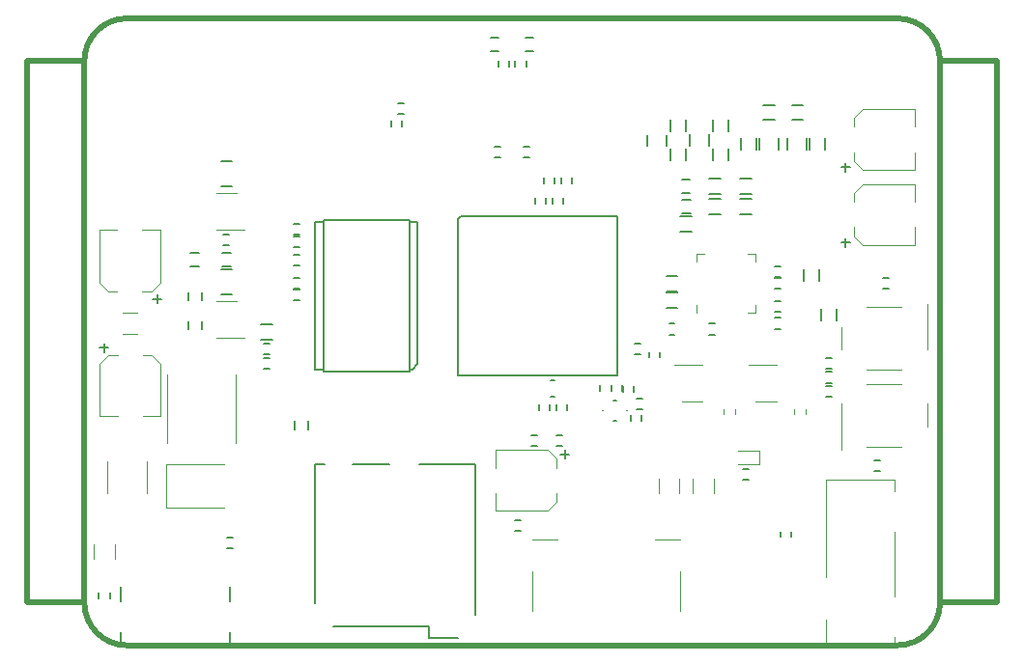
<source format=gbr>
%TF.GenerationSoftware,KiCad,Pcbnew,(5.1.10-1-10_14)*%
%TF.CreationDate,2021-07-27T16:35:17+02:00*%
%TF.ProjectId,EX-PCB-10108-001,45582d50-4342-42d3-9130-3130382d3030,A*%
%TF.SameCoordinates,Original*%
%TF.FileFunction,Legend,Top*%
%TF.FilePolarity,Positive*%
%FSLAX46Y46*%
G04 Gerber Fmt 4.6, Leading zero omitted, Abs format (unit mm)*
G04 Created by KiCad (PCBNEW (5.1.10-1-10_14)) date 2021-07-27 16:35:17*
%MOMM*%
%LPD*%
G01*
G04 APERTURE LIST*
%TA.AperFunction,Profile*%
%ADD10C,0.500000*%
%TD*%
%ADD11C,0.200000*%
%ADD12C,0.150000*%
%ADD13C,0.120000*%
%ADD14C,0.100000*%
G04 APERTURE END LIST*
D10*
X41450000Y-85250000D02*
X46450000Y-85250000D01*
X41450000Y-132750000D02*
X46450000Y-132750000D01*
X121450000Y-132750000D02*
X126450000Y-132750000D01*
X126450000Y-85250000D02*
X121450000Y-85250000D01*
X126450000Y-85250000D02*
X126450000Y-132750000D01*
X41450000Y-85250000D02*
X41450000Y-132750000D01*
X117700000Y-81500000D02*
G75*
G02*
X121450000Y-85250000I0J-3750000D01*
G01*
X46450000Y-85250000D02*
G75*
G02*
X50200000Y-81500000I3750000J0D01*
G01*
X50200000Y-136500000D02*
G75*
G02*
X46450000Y-132750000I0J3750000D01*
G01*
X121450000Y-132750000D02*
G75*
G02*
X117700000Y-136500000I-3750000J0D01*
G01*
X46450000Y-85250000D02*
X46450000Y-132750000D01*
X117700000Y-136500000D02*
X50200000Y-136500000D01*
X117700000Y-81500000D02*
X50200000Y-81500000D01*
X121450000Y-85250000D02*
X121450000Y-132750000D01*
D11*
X59240000Y-131350000D02*
X59240000Y-132600000D01*
X49660000Y-131350000D02*
X49660000Y-132600000D01*
X59240000Y-136600000D02*
X59240000Y-135320000D01*
X49660000Y-136600000D02*
X59240000Y-136600000D01*
X49660000Y-135320000D02*
X49660000Y-136600000D01*
D12*
X91875000Y-115900000D02*
X91875000Y-115900000D01*
X93050000Y-116800000D02*
X92850000Y-116800000D01*
X94025000Y-115900000D02*
X94025000Y-115900000D01*
X92850000Y-115000000D02*
X93050000Y-115000000D01*
X93675000Y-113750000D02*
X93675000Y-114250000D01*
X94625000Y-114250000D02*
X94625000Y-113750000D01*
X91675000Y-113650000D02*
X91675000Y-114150000D01*
X92625000Y-114150000D02*
X92625000Y-113650000D01*
X64800000Y-100475000D02*
X65300000Y-100475000D01*
X65300000Y-99525000D02*
X64800000Y-99525000D01*
X64800000Y-101575000D02*
X65300000Y-101575000D01*
X65300000Y-100625000D02*
X64800000Y-100625000D01*
X85600000Y-119025000D02*
X86100000Y-119025000D01*
X86100000Y-118075000D02*
X85600000Y-118075000D01*
X88300000Y-118075000D02*
X87800000Y-118075000D01*
X87800000Y-119025000D02*
X88300000Y-119025000D01*
X110875000Y-103500000D02*
X110875000Y-104500000D01*
X109525000Y-104500000D02*
X109525000Y-103500000D01*
X95200000Y-110025000D02*
X94700000Y-110025000D01*
X94700000Y-110975000D02*
X95200000Y-110975000D01*
X95975000Y-110750000D02*
X95975000Y-111250000D01*
X96925000Y-111250000D02*
X96925000Y-110750000D01*
X98200000Y-108275000D02*
X97700000Y-108275000D01*
X97700000Y-109225000D02*
X98200000Y-109225000D01*
X101200000Y-109225000D02*
X101700000Y-109225000D01*
X101700000Y-108275000D02*
X101200000Y-108275000D01*
X115700000Y-121225000D02*
X116200000Y-121225000D01*
X116200000Y-120275000D02*
X115700000Y-120275000D01*
X111950000Y-113775000D02*
X111450000Y-113775000D01*
X111450000Y-114725000D02*
X111950000Y-114725000D01*
X111450000Y-112225000D02*
X111950000Y-112225000D01*
X111950000Y-111275000D02*
X111450000Y-111275000D01*
X116950000Y-104275000D02*
X116450000Y-104275000D01*
X116450000Y-105225000D02*
X116950000Y-105225000D01*
X111950000Y-112525000D02*
X111450000Y-112525000D01*
X111450000Y-113475000D02*
X111950000Y-113475000D01*
X74325000Y-90950000D02*
X74325000Y-90450000D01*
X73375000Y-90450000D02*
X73375000Y-90950000D01*
D11*
X76640000Y-134850000D02*
X68250000Y-134850000D01*
X76640000Y-135850000D02*
X76640000Y-134850000D01*
X79160000Y-135850000D02*
X76640000Y-135850000D01*
X66700000Y-120650000D02*
X66700000Y-132810000D01*
X67490000Y-120650000D02*
X66700000Y-120650000D01*
X73170000Y-120650000D02*
X70000000Y-120650000D01*
X80700000Y-120650000D02*
X75770000Y-120650000D01*
X80700000Y-133800000D02*
X80700000Y-120650000D01*
D12*
X85450000Y-92775000D02*
X84950000Y-92775000D01*
X84950000Y-93725000D02*
X85450000Y-93725000D01*
X82450000Y-93725000D02*
X82950000Y-93725000D01*
X82950000Y-92775000D02*
X82450000Y-92775000D01*
X88225000Y-95500000D02*
X88225000Y-96000000D01*
X89175000Y-96000000D02*
X89175000Y-95500000D01*
X87475000Y-97250000D02*
X87475000Y-97750000D01*
X88425000Y-97750000D02*
X88425000Y-97250000D01*
X86725000Y-95500000D02*
X86725000Y-96000000D01*
X87675000Y-96000000D02*
X87675000Y-95500000D01*
X85975000Y-97250000D02*
X85975000Y-97750000D01*
X86925000Y-97750000D02*
X86925000Y-97250000D01*
X97450000Y-104075000D02*
X98450000Y-104075000D01*
X98450000Y-105425000D02*
X97450000Y-105425000D01*
X97450000Y-105575000D02*
X98450000Y-105575000D01*
X98450000Y-106925000D02*
X97450000Y-106925000D01*
X74450000Y-88925000D02*
X73950000Y-88925000D01*
X73950000Y-89875000D02*
X74450000Y-89875000D01*
X106950000Y-105225000D02*
X107450000Y-105225000D01*
X107450000Y-104275000D02*
X106950000Y-104275000D01*
X106950000Y-104225000D02*
X107450000Y-104225000D01*
X107450000Y-103275000D02*
X106950000Y-103275000D01*
X107450000Y-107775000D02*
X106950000Y-107775000D01*
X106950000Y-108725000D02*
X107450000Y-108725000D01*
X107450000Y-106275000D02*
X106950000Y-106275000D01*
X106950000Y-107225000D02*
X107450000Y-107225000D01*
D13*
X100090000Y-106635000D02*
X100090000Y-107360000D01*
X105310000Y-102140000D02*
X104585000Y-102140000D01*
X105310000Y-102865000D02*
X105310000Y-102140000D01*
X105310000Y-107360000D02*
X104585000Y-107360000D01*
X105310000Y-106635000D02*
X105310000Y-107360000D01*
X100090000Y-102140000D02*
X100815000Y-102140000D01*
X100090000Y-102865000D02*
X100090000Y-102140000D01*
X98800000Y-115110000D02*
X100600000Y-115110000D01*
X100600000Y-111890000D02*
X98150000Y-111890000D01*
X105300000Y-115110000D02*
X107100000Y-115110000D01*
X107100000Y-111890000D02*
X104650000Y-111890000D01*
D12*
X84225000Y-85250000D02*
X84225000Y-85750000D01*
X85175000Y-85750000D02*
X85175000Y-85250000D01*
X83675000Y-85750000D02*
X83675000Y-85250000D01*
X82725000Y-85250000D02*
X82725000Y-85750000D01*
X99700000Y-100175000D02*
X98700000Y-100175000D01*
X98700000Y-98825000D02*
X99700000Y-98825000D01*
X104950000Y-96925000D02*
X103950000Y-96925000D01*
X103950000Y-95575000D02*
X104950000Y-95575000D01*
X101200000Y-95575000D02*
X102200000Y-95575000D01*
X102200000Y-96925000D02*
X101200000Y-96925000D01*
X101200000Y-97325000D02*
X102200000Y-97325000D01*
X102200000Y-98675000D02*
X101200000Y-98675000D01*
X103950000Y-97325000D02*
X104950000Y-97325000D01*
X104950000Y-98675000D02*
X103950000Y-98675000D01*
X112375000Y-107000000D02*
X112375000Y-108000000D01*
X111025000Y-108000000D02*
X111025000Y-107000000D01*
X106950000Y-90425000D02*
X105950000Y-90425000D01*
X105950000Y-89075000D02*
X106950000Y-89075000D01*
X109450000Y-90425000D02*
X108450000Y-90425000D01*
X108450000Y-89075000D02*
X109450000Y-89075000D01*
X110025000Y-93000000D02*
X110025000Y-92000000D01*
X111375000Y-92000000D02*
X111375000Y-93000000D01*
X104025000Y-93000000D02*
X104025000Y-92000000D01*
X105375000Y-92000000D02*
X105375000Y-93000000D01*
X97825000Y-93900000D02*
X97825000Y-92900000D01*
X99175000Y-92900000D02*
X99175000Y-93900000D01*
X97825000Y-91400000D02*
X97825000Y-90400000D01*
X99175000Y-90400000D02*
X99175000Y-91400000D01*
X101525000Y-93900000D02*
X101525000Y-92900000D01*
X102875000Y-92900000D02*
X102875000Y-93900000D01*
X101525000Y-91400000D02*
X101525000Y-90400000D01*
X102875000Y-90400000D02*
X102875000Y-91400000D01*
X104700000Y-121025000D02*
X104200000Y-121025000D01*
X104200000Y-121975000D02*
X104700000Y-121975000D01*
X62950000Y-109675000D02*
X61950000Y-109675000D01*
X61950000Y-108325000D02*
X62950000Y-108325000D01*
D13*
X102440000Y-115780000D02*
X102440000Y-116220000D01*
X103460000Y-115780000D02*
X103460000Y-116220000D01*
X108690000Y-115780000D02*
X108690000Y-116220000D01*
X109710000Y-115780000D02*
X109710000Y-116220000D01*
D14*
X96790000Y-121850000D02*
X96790000Y-123150000D01*
X98610000Y-121850000D02*
X98610000Y-123150000D01*
D13*
X103750000Y-119400000D02*
X105600000Y-119400000D01*
X103750000Y-120600000D02*
X105600000Y-120600000D01*
X105600000Y-120600000D02*
X105600000Y-119400000D01*
D12*
X82075000Y-83150000D02*
X82775000Y-83150000D01*
X82775000Y-84350000D02*
X82075000Y-84350000D01*
X85825000Y-84350000D02*
X85125000Y-84350000D01*
X85125000Y-83150000D02*
X85825000Y-83150000D01*
X108425000Y-127000000D02*
X108425000Y-126500000D01*
X107475000Y-126500000D02*
X107475000Y-127000000D01*
X59450000Y-127025000D02*
X58950000Y-127025000D01*
X58950000Y-127975000D02*
X59450000Y-127975000D01*
X98825000Y-95650000D02*
X99525000Y-95650000D01*
X99525000Y-96850000D02*
X98825000Y-96850000D01*
X99575000Y-98600000D02*
X98875000Y-98600000D01*
X98875000Y-97400000D02*
X99575000Y-97400000D01*
X105600000Y-92000000D02*
X105600000Y-93000000D01*
X107300000Y-93000000D02*
X107300000Y-92000000D01*
X108100000Y-92000000D02*
X108100000Y-93000000D01*
X109800000Y-93000000D02*
X109800000Y-92000000D01*
X97500000Y-92700000D02*
X97500000Y-91700000D01*
X95800000Y-91700000D02*
X95800000Y-92700000D01*
X101200000Y-92650000D02*
X101200000Y-91650000D01*
X99500000Y-91650000D02*
X99500000Y-92650000D01*
X84200000Y-126475000D02*
X84700000Y-126475000D01*
X84700000Y-125525000D02*
X84200000Y-125525000D01*
D13*
X87110000Y-119360000D02*
X82530000Y-119360000D01*
X87870000Y-120120000D02*
X87110000Y-119360000D01*
X87110000Y-124690000D02*
X87870000Y-123930000D01*
X82530000Y-124690000D02*
X87110000Y-124690000D01*
X87870000Y-123930000D02*
X87870000Y-123140000D01*
X87870000Y-120120000D02*
X87870000Y-120910000D01*
X82530000Y-119360000D02*
X82530000Y-120910000D01*
X82530000Y-124690000D02*
X82530000Y-123140000D01*
D14*
X117450000Y-122000000D02*
X117450000Y-123000000D01*
X111450000Y-122000000D02*
X117450000Y-122000000D01*
X111450000Y-130500000D02*
X111450000Y-122000000D01*
X111450000Y-136500000D02*
X117450000Y-136500000D01*
X111450000Y-136500000D02*
X111450000Y-134250000D01*
X117450000Y-126500000D02*
X117450000Y-132250000D01*
X117450000Y-135750000D02*
X117450000Y-136500000D01*
X98700000Y-133500000D02*
X98700000Y-130000000D01*
X98700000Y-127250000D02*
X96450000Y-127250000D01*
X87950000Y-127250000D02*
X85700000Y-127250000D01*
X85700000Y-130000000D02*
X85700000Y-133500000D01*
D12*
X79180000Y-99130000D02*
X79480000Y-98830000D01*
X79180000Y-112830000D02*
X93180000Y-112830000D01*
X79180000Y-99130000D02*
X79180000Y-112830000D01*
X93180000Y-98830000D02*
X79480000Y-98830000D01*
X93180000Y-112830000D02*
X93180000Y-98830000D01*
D14*
X118050000Y-113550000D02*
X115050000Y-113550000D01*
X120300000Y-115300000D02*
X120300000Y-117300000D01*
X112800000Y-115300000D02*
X112800000Y-119300000D01*
X118050000Y-119050000D02*
X115050000Y-119050000D01*
X115050000Y-112300000D02*
X118050000Y-112300000D01*
X112800000Y-110550000D02*
X112800000Y-108550000D01*
X120300000Y-110550000D02*
X120300000Y-106550000D01*
X115050000Y-106800000D02*
X118050000Y-106800000D01*
D12*
X47725000Y-131875000D02*
X47725000Y-132375000D01*
X48675000Y-132375000D02*
X48675000Y-131875000D01*
D13*
X59700000Y-118750000D02*
X59700000Y-112750000D01*
X53700000Y-118750000D02*
X53700000Y-112750000D01*
D14*
X101610000Y-123150000D02*
X101610000Y-121850000D01*
X99790000Y-123150000D02*
X99790000Y-121850000D01*
X49800000Y-109160000D02*
X51100000Y-109160000D01*
X49800000Y-107340000D02*
X51100000Y-107340000D01*
D13*
X48490000Y-120363748D02*
X48490000Y-123136252D01*
X51910000Y-120363748D02*
X51910000Y-123136252D01*
D14*
X53650000Y-120600000D02*
X58700000Y-120600000D01*
X53650000Y-124400000D02*
X58700000Y-124400000D01*
X53650000Y-124400000D02*
X53650000Y-120600000D01*
D13*
X47290000Y-128900000D02*
X47290000Y-127600000D01*
X49110000Y-128900000D02*
X49110000Y-127600000D01*
X114640000Y-101370000D02*
X119220000Y-101370000D01*
X113880000Y-100610000D02*
X114640000Y-101370000D01*
X114640000Y-96040000D02*
X113880000Y-96800000D01*
X119220000Y-96040000D02*
X114640000Y-96040000D01*
X113880000Y-96800000D02*
X113880000Y-97590000D01*
X113880000Y-100610000D02*
X113880000Y-99820000D01*
X119220000Y-101370000D02*
X119220000Y-99820000D01*
X119220000Y-96040000D02*
X119220000Y-97590000D01*
X114640000Y-94790000D02*
X119220000Y-94790000D01*
X113880000Y-94030000D02*
X114640000Y-94790000D01*
X114640000Y-89460000D02*
X113880000Y-90220000D01*
X119220000Y-89460000D02*
X114640000Y-89460000D01*
X113880000Y-90220000D02*
X113880000Y-91010000D01*
X113880000Y-94030000D02*
X113880000Y-93240000D01*
X119220000Y-94790000D02*
X119220000Y-93240000D01*
X119220000Y-89460000D02*
X119220000Y-91010000D01*
X47810000Y-111840000D02*
X47810000Y-116420000D01*
X48570000Y-111080000D02*
X47810000Y-111840000D01*
X53140000Y-111840000D02*
X52380000Y-111080000D01*
X53140000Y-116420000D02*
X53140000Y-111840000D01*
X52380000Y-111080000D02*
X51590000Y-111080000D01*
X48570000Y-111080000D02*
X49360000Y-111080000D01*
X47810000Y-116420000D02*
X49360000Y-116420000D01*
X53140000Y-116420000D02*
X51590000Y-116420000D01*
X53090000Y-104660000D02*
X53090000Y-100080000D01*
X52330000Y-105420000D02*
X53090000Y-104660000D01*
X47760000Y-104660000D02*
X48520000Y-105420000D01*
X47760000Y-100080000D02*
X47760000Y-104660000D01*
X48520000Y-105420000D02*
X49310000Y-105420000D01*
X52330000Y-105420000D02*
X51540000Y-105420000D01*
X53090000Y-100080000D02*
X51540000Y-100080000D01*
X47760000Y-100080000D02*
X49310000Y-100080000D01*
X58000000Y-100010000D02*
X60450000Y-100010000D01*
X59800000Y-96790000D02*
X58000000Y-96790000D01*
D12*
X58650000Y-101375000D02*
X59150000Y-101375000D01*
X59150000Y-100425000D02*
X58650000Y-100425000D01*
X55550000Y-106225000D02*
X55550000Y-105525000D01*
X56750000Y-105525000D02*
X56750000Y-106225000D01*
X64850000Y-117525000D02*
X64850000Y-116825000D01*
X66050000Y-116825000D02*
X66050000Y-117525000D01*
D13*
X58000000Y-109510000D02*
X60450000Y-109510000D01*
X59800000Y-106290000D02*
X58000000Y-106290000D01*
D12*
X62200000Y-110975000D02*
X62700000Y-110975000D01*
X62700000Y-110025000D02*
X62200000Y-110025000D01*
X62200000Y-112225000D02*
X62700000Y-112225000D01*
X62700000Y-111275000D02*
X62200000Y-111275000D01*
X56750000Y-108075000D02*
X56750000Y-108775000D01*
X55550000Y-108775000D02*
X55550000Y-108075000D01*
X59375000Y-105750000D02*
X58425000Y-105750000D01*
X59375000Y-103550000D02*
X58425000Y-103550000D01*
X92625000Y-113700000D02*
X92625000Y-114200000D01*
X93575000Y-114200000D02*
X93575000Y-113700000D01*
X95375000Y-114850000D02*
X94875000Y-114850000D01*
X94875000Y-115800000D02*
X95375000Y-115800000D01*
X94350000Y-116275000D02*
X94350000Y-116775000D01*
X95300000Y-116775000D02*
X95300000Y-116275000D01*
X65300000Y-102225000D02*
X64800000Y-102225000D01*
X64800000Y-103175000D02*
X65300000Y-103175000D01*
X64800000Y-105225000D02*
X65300000Y-105225000D01*
X65300000Y-104275000D02*
X64800000Y-104275000D01*
X64800000Y-106225000D02*
X65300000Y-106225000D01*
X65300000Y-105275000D02*
X64800000Y-105275000D01*
X87300000Y-113250000D02*
X87700000Y-113250000D01*
X87700000Y-114650000D02*
X87300000Y-114650000D01*
X75680000Y-99330000D02*
X74930000Y-99330000D01*
X66680000Y-112330000D02*
X67430000Y-112330000D01*
X74930000Y-112480000D02*
X67430000Y-112480000D01*
X74930000Y-99180000D02*
X74930000Y-112480000D01*
X67430000Y-99180000D02*
X74930000Y-99180000D01*
X67430000Y-112480000D02*
X67430000Y-99180000D01*
X75680000Y-111830000D02*
X75180000Y-112330000D01*
X67430000Y-99330000D02*
X66680000Y-99330000D01*
X75680000Y-111830000D02*
X75680000Y-99330000D01*
X74930000Y-112330000D02*
X75180000Y-112330000D01*
X66680000Y-99330000D02*
X66680000Y-112330000D01*
X59375000Y-96250000D02*
X58425000Y-96250000D01*
X59375000Y-94050000D02*
X58425000Y-94050000D01*
X58575000Y-102050000D02*
X59275000Y-102050000D01*
X59275000Y-103250000D02*
X58575000Y-103250000D01*
X87825000Y-115400000D02*
X87825000Y-115900000D01*
X88775000Y-115900000D02*
X88775000Y-115400000D01*
X86275000Y-115400000D02*
X86275000Y-115900000D01*
X87225000Y-115900000D02*
X87225000Y-115400000D01*
X56475000Y-103250000D02*
X55775000Y-103250000D01*
X55775000Y-102050000D02*
X56475000Y-102050000D01*
X88199047Y-119731428D02*
X88960952Y-119731428D01*
X88580000Y-120112380D02*
X88580000Y-119350476D01*
X88199047Y-119731428D02*
X88960952Y-119731428D01*
X88580000Y-120112380D02*
X88580000Y-119350476D01*
X112789047Y-101141428D02*
X113550952Y-101141428D01*
X113170000Y-101522380D02*
X113170000Y-100760476D01*
X112789047Y-101141428D02*
X113550952Y-101141428D01*
X113170000Y-101522380D02*
X113170000Y-100760476D01*
X112789047Y-94561428D02*
X113550952Y-94561428D01*
X113170000Y-94942380D02*
X113170000Y-94180476D01*
X112789047Y-94561428D02*
X113550952Y-94561428D01*
X113170000Y-94942380D02*
X113170000Y-94180476D01*
X48181428Y-110750952D02*
X48181428Y-109989047D01*
X48562380Y-110370000D02*
X47800476Y-110370000D01*
X48181428Y-110750952D02*
X48181428Y-109989047D01*
X48562380Y-110370000D02*
X47800476Y-110370000D01*
X52861428Y-106510952D02*
X52861428Y-105749047D01*
X53242380Y-106130000D02*
X52480476Y-106130000D01*
X52861428Y-106510952D02*
X52861428Y-105749047D01*
X53242380Y-106130000D02*
X52480476Y-106130000D01*
M02*

</source>
